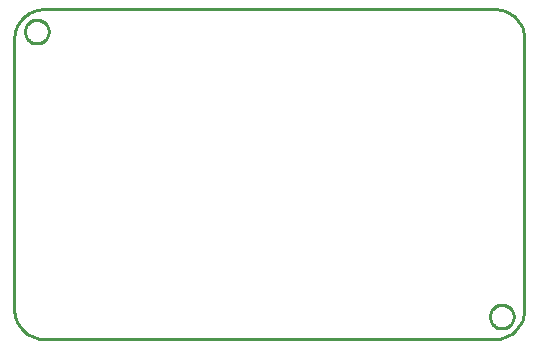
<source format=gbr>
G04 EAGLE Gerber RS-274X export*
G75*
%MOMM*%
%FSLAX34Y34*%
%LPD*%
%IN*%
%IPPOS*%
%AMOC8*
5,1,8,0,0,1.08239X$1,22.5*%
G01*
%ADD10C,0.254000*%


D10*
X0Y25400D02*
X97Y23186D01*
X386Y20989D01*
X865Y18826D01*
X1532Y16713D01*
X2380Y14666D01*
X3403Y12700D01*
X4594Y10831D01*
X5942Y9073D01*
X7440Y7440D01*
X9073Y5942D01*
X10831Y4594D01*
X12700Y3403D01*
X14666Y2380D01*
X16713Y1532D01*
X18826Y865D01*
X20989Y386D01*
X23186Y97D01*
X25400Y0D01*
X406400Y0D01*
X408614Y97D01*
X410811Y386D01*
X412974Y865D01*
X415087Y1532D01*
X417135Y2380D01*
X419100Y3403D01*
X420969Y4594D01*
X422727Y5942D01*
X424361Y7440D01*
X425858Y9073D01*
X427206Y10831D01*
X428397Y12700D01*
X429420Y14666D01*
X430268Y16713D01*
X430935Y18826D01*
X431414Y20989D01*
X431703Y23186D01*
X431800Y25400D01*
X431800Y254000D01*
X431703Y256214D01*
X431414Y258411D01*
X430935Y260574D01*
X430268Y262687D01*
X429420Y264735D01*
X428397Y266700D01*
X427206Y268569D01*
X425858Y270327D01*
X424361Y271961D01*
X422727Y273458D01*
X420969Y274806D01*
X419100Y275997D01*
X417135Y277020D01*
X415087Y277868D01*
X412974Y278535D01*
X410811Y279014D01*
X408614Y279303D01*
X406400Y279400D01*
X25400Y279400D01*
X23186Y279303D01*
X20989Y279014D01*
X18826Y278535D01*
X16713Y277868D01*
X14666Y277020D01*
X12700Y275997D01*
X10831Y274806D01*
X9073Y273458D01*
X7440Y271961D01*
X5942Y270327D01*
X4594Y268569D01*
X3403Y266700D01*
X2380Y264735D01*
X1532Y262687D01*
X865Y260574D01*
X386Y258411D01*
X97Y256214D01*
X0Y254000D01*
X0Y25400D01*
X29050Y259913D02*
X28974Y259044D01*
X28822Y258184D01*
X28596Y257340D01*
X28298Y256520D01*
X27929Y255728D01*
X27492Y254972D01*
X26991Y254257D01*
X26430Y253588D01*
X25812Y252970D01*
X25143Y252409D01*
X24428Y251908D01*
X23672Y251471D01*
X22880Y251102D01*
X22060Y250804D01*
X21216Y250578D01*
X20357Y250426D01*
X19487Y250350D01*
X18613Y250350D01*
X17744Y250426D01*
X16884Y250578D01*
X16040Y250804D01*
X15220Y251102D01*
X14428Y251471D01*
X13672Y251908D01*
X12957Y252409D01*
X12288Y252970D01*
X11670Y253588D01*
X11109Y254257D01*
X10608Y254972D01*
X10171Y255728D01*
X9802Y256520D01*
X9504Y257340D01*
X9278Y258184D01*
X9126Y259044D01*
X9050Y259913D01*
X9050Y260787D01*
X9126Y261657D01*
X9278Y262516D01*
X9504Y263360D01*
X9802Y264180D01*
X10171Y264972D01*
X10608Y265728D01*
X11109Y266443D01*
X11670Y267112D01*
X12288Y267730D01*
X12957Y268291D01*
X13672Y268792D01*
X14428Y269229D01*
X15220Y269598D01*
X16040Y269896D01*
X16884Y270122D01*
X17744Y270274D01*
X18613Y270350D01*
X19487Y270350D01*
X20357Y270274D01*
X21216Y270122D01*
X22060Y269896D01*
X22880Y269598D01*
X23672Y269229D01*
X24428Y268792D01*
X25143Y268291D01*
X25812Y267730D01*
X26430Y267112D01*
X26991Y266443D01*
X27492Y265728D01*
X27929Y264972D01*
X28298Y264180D01*
X28596Y263360D01*
X28822Y262516D01*
X28974Y261657D01*
X29050Y260787D01*
X29050Y259913D01*
X422750Y18613D02*
X422674Y17744D01*
X422522Y16884D01*
X422296Y16040D01*
X421998Y15220D01*
X421629Y14428D01*
X421192Y13672D01*
X420691Y12957D01*
X420130Y12288D01*
X419512Y11670D01*
X418843Y11109D01*
X418128Y10608D01*
X417372Y10171D01*
X416580Y9802D01*
X415760Y9504D01*
X414916Y9278D01*
X414057Y9126D01*
X413187Y9050D01*
X412313Y9050D01*
X411444Y9126D01*
X410584Y9278D01*
X409740Y9504D01*
X408920Y9802D01*
X408128Y10171D01*
X407372Y10608D01*
X406657Y11109D01*
X405988Y11670D01*
X405370Y12288D01*
X404809Y12957D01*
X404308Y13672D01*
X403871Y14428D01*
X403502Y15220D01*
X403204Y16040D01*
X402978Y16884D01*
X402826Y17744D01*
X402750Y18613D01*
X402750Y19487D01*
X402826Y20357D01*
X402978Y21216D01*
X403204Y22060D01*
X403502Y22880D01*
X403871Y23672D01*
X404308Y24428D01*
X404809Y25143D01*
X405370Y25812D01*
X405988Y26430D01*
X406657Y26991D01*
X407372Y27492D01*
X408128Y27929D01*
X408920Y28298D01*
X409740Y28596D01*
X410584Y28822D01*
X411444Y28974D01*
X412313Y29050D01*
X413187Y29050D01*
X414057Y28974D01*
X414916Y28822D01*
X415760Y28596D01*
X416580Y28298D01*
X417372Y27929D01*
X418128Y27492D01*
X418843Y26991D01*
X419512Y26430D01*
X420130Y25812D01*
X420691Y25143D01*
X421192Y24428D01*
X421629Y23672D01*
X421998Y22880D01*
X422296Y22060D01*
X422522Y21216D01*
X422674Y20357D01*
X422750Y19487D01*
X422750Y18613D01*
M02*

</source>
